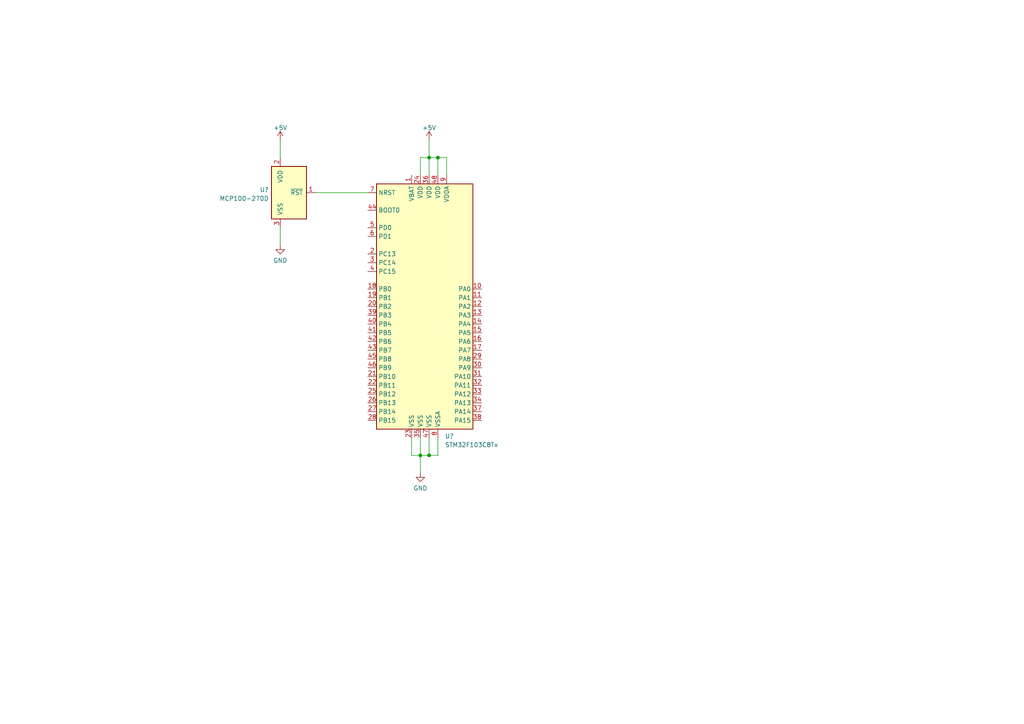
<source format=kicad_sch>
(kicad_sch (version 20211123) (generator eeschema)
  (paper "A4")
  (lib_symbols
    (symbol "MCU_ST_STM32F1:STM32F103C8Tx"
      (property "Reference" "U" (at -15.24 36.83 0))
      (property "Value" "STM32F103C8Tx" (at 7.62 36.83 0))
      (symbol "STM32F103C8Tx_0_1"
        (rectangle (start -15.24 -35.56) (end 12.7 35.56) (stroke (width 0.254)) (fill (type background)))
      )
      (symbol "STM32F103C8Tx_1_1"
        (pin power_in line (at -5.08 38.1 270) (length 2.54) (name "VBAT") (number "1"))
        (pin bidirectional line (at 15.24 5.08 180) (length 2.54) (name "PA0") (number "10"))
        (pin bidirectional line (at 15.24 2.54 180) (length 2.54) (name "PA1") (number "11"))
        (pin bidirectional line (at 15.24 0 180) (length 2.54) (name "PA2") (number "12"))
        (pin bidirectional line (at 15.24 -2.54 180) (length 2.54) (name "PA3") (number "13"))
        (pin bidirectional line (at 15.24 -5.08 180) (length 2.54) (name "PA4") (number "14"))
        (pin bidirectional line (at 15.24 -7.62 180) (length 2.54) (name "PA5") (number "15"))
        (pin bidirectional line (at 15.24 -10.16 180) (length 2.54) (name "PA6") (number "16"))
        (pin bidirectional line (at 15.24 -12.7 180) (length 2.54) (name "PA7") (number "17"))
        (pin bidirectional line (at -17.78 5.08 0) (length 2.54) (name "PB0") (number "18"))
        (pin bidirectional line (at -17.78 2.54 0) (length 2.54) (name "PB1") (number "19"))
        (pin bidirectional line (at -17.78 15.24 0) (length 2.54) (name "PC13") (number "2"))
        (pin bidirectional line (at -17.78 0 0) (length 2.54) (name "PB2") (number "20"))
        (pin bidirectional line (at -17.78 -20.32 0) (length 2.54) (name "PB10") (number "21"))
        (pin bidirectional line (at -17.78 -22.86 0) (length 2.54) (name "PB11") (number "22"))
        (pin power_in line (at -5.08 -38.1 90) (length 2.54) (name "VSS") (number "23"))
        (pin power_in line (at -2.54 38.1 270) (length 2.54) (name "VDD") (number "24"))
        (pin bidirectional line (at -17.78 -25.4 0) (length 2.54) (name "PB12") (number "25"))
        (pin bidirectional line (at -17.78 -27.94 0) (length 2.54) (name "PB13") (number "26"))
        (pin bidirectional line (at -17.78 -30.48 0) (length 2.54) (name "PB14") (number "27"))
        (pin bidirectional line (at -17.78 -33.02 0) (length 2.54) (name "PB15") (number "28"))
        (pin bidirectional line (at 15.24 -15.24 180) (length 2.54) (name "PA8") (number "29"))
        (pin bidirectional line (at -17.78 12.7 0) (length 2.54) (name "PC14") (number "3"))
        (pin bidirectional line (at 15.24 -17.78 180) (length 2.54) (name "PA9") (number "30"))
        (pin bidirectional line (at 15.24 -20.32 180) (length 2.54) (name "PA10") (number "31"))
        (pin bidirectional line (at 15.24 -22.86 180) (length 2.54) (name "PA11") (number "32"))
        (pin bidirectional line (at 15.24 -25.4 180) (length 2.54) (name "PA12") (number "33"))
        (pin bidirectional line (at 15.24 -27.94 180) (length 2.54) (name "PA13") (number "34"))
        (pin power_in line (at -2.54 -38.1 90) (length 2.54) (name "VSS") (number "35"))
        (pin power_in line (at 0 38.1 270) (length 2.54) (name "VDD") (number "36"))
        (pin bidirectional line (at 15.24 -30.48 180) (length 2.54) (name "PA14") (number "37"))
        (pin bidirectional line (at 15.24 -33.02 180) (length 2.54) (name "PA15") (number "38"))
        (pin bidirectional line (at -17.78 -2.54 0) (length 2.54) (name "PB3") (number "39"))
        (pin bidirectional line (at -17.78 10.16 0) (length 2.54) (name "PC15") (number "4"))
        (pin bidirectional line (at -17.78 -5.08 0) (length 2.54) (name "PB4") (number "40"))
        (pin bidirectional line (at -17.78 -7.62 0) (length 2.54) (name "PB5") (number "41"))
        (pin bidirectional line (at -17.78 -10.16 0) (length 2.54) (name "PB6") (number "42"))
        (pin bidirectional line (at -17.78 -12.7 0) (length 2.54) (name "PB7") (number "43"))
        (pin input line (at -17.78 27.94 0) (length 2.54) (name "BOOT0") (number "44"))
        (pin bidirectional line (at -17.78 -15.24 0) (length 2.54) (name "PB8") (number "45"))
        (pin bidirectional line (at -17.78 -17.78 0) (length 2.54) (name "PB9") (number "46"))
        (pin power_in line (at 0 -38.1 90) (length 2.54) (name "VSS") (number "47"))
        (pin power_in line (at 2.54 38.1 270) (length 2.54) (name "VDD") (number "48"))
        (pin input line (at -17.78 22.86 0) (length 2.54) (name "PD0") (number "5"))
        (pin input line (at -17.78 20.32 0) (length 2.54) (name "PD1") (number "6"))
        (pin input line (at -17.78 33.02 0) (length 2.54) (name "NRST") (number "7"))
        (pin power_in line (at 2.54 -38.1 90) (length 2.54) (name "VSSA") (number "8"))
        (pin power_in line (at 5.08 38.1 270) (length 2.54) (name "VDDA") (number "9"))
      )
    )
    (symbol "Power_Supervisor:MCP100-270D" (pin_names (offset 1.016))
      (property "Reference" "U" (at 0 8.89 0))
      (property "Value" "MCP100-270D" (at -1.27 -8.89 0))
      (symbol "MCP100-270D_1_1"
        (rectangle (start -5.08 7.62) (end 5.08 -7.62) (stroke (width 0.254)) (fill (type background)))
        (pin output line (at 7.62 0 180) (length 2.54) (name "~{RST}") (number "1"))
        (pin power_in line (at -2.54 10.16 270) (length 2.54) (name "VDD") (number "2"))
        (pin power_in line (at -2.54 -10.16 90) (length 2.54) (name "VSS") (number "3"))
      )
    )
    (symbol "power:+5V" (power) (pin_names (offset 0))
      (property "Value" "+5V" (at 0 3.556 0))
      (symbol "+5V_0_1"
        (polyline (pts (xy -0.762 1.27) (xy 0 2.54)))
        (polyline (pts (xy 0 0) (xy 0 2.54)))
        (polyline (pts (xy 0 2.54) (xy 0.762 1.27)))
      )
      (symbol "+5V_1_1"
        (pin power_in line (at 0 0 90) (length 0) hide (name "+5V") (number "1"))
      )
    )
    (symbol "power:GND" (power) (pin_names (offset 0))
      (property "Value" "GND" (at 0 -3.81 0))
      (symbol "GND_0_1"
        (polyline (pts (xy 0 0) (xy 0 -1.27) (xy 1.27 -1.27) (xy 0 -2.54) (xy -1.27 -1.27) (xy 0 -1.27)))
      )
      (symbol "GND_1_1"
        (pin power_in line (at 0 0 270) (length 0) hide (name "GND") (number "1"))
      )
    )
  )
  (junction (at 127 45.72))
  (junction (at 124.46 45.72))
  (junction (at 124.46 132.08))
  (junction (at 121.92 132.08))
  (wire (pts (xy 121.92 45.72) (xy 121.92 50.8)))
  (wire (pts (xy 129.54 45.72) (xy 129.54 50.8)))
  (wire (pts (xy 124.46 40.64) (xy 124.46 45.72)))
  (wire (pts (xy 124.46 132.08) (xy 124.46 127)))
  (wire (pts (xy 121.92 132.08) (xy 124.46 132.08)))
  (wire (pts (xy 124.46 45.72) (xy 127 45.72)))
  (wire (pts (xy 119.38 127) (xy 119.38 132.08)))
  (wire (pts (xy 81.28 40.64) (xy 81.28 45.72)))
  (wire (pts (xy 121.92 132.08) (xy 121.92 137.16)))
  (wire (pts (xy 127 45.72) (xy 127 50.8)))
  (wire (pts (xy 127 45.72) (xy 129.54 45.72)))
  (wire (pts (xy 91.44 55.88) (xy 106.68 55.88)))
  (wire (pts (xy 121.92 127) (xy 121.92 132.08)))
  (wire (pts (xy 124.46 45.72) (xy 124.46 50.8)))
  (wire (pts (xy 121.92 45.72) (xy 124.46 45.72)))
  (wire (pts (xy 81.28 66.04) (xy 81.28 71.12)))
  (wire (pts (xy 124.46 132.08) (xy 127 132.08)))
  (wire (pts (xy 119.38 132.08) (xy 121.92 132.08)))
  (wire (pts (xy 127 132.08) (xy 127 127)))
  (symbol (lib_id "power:+5V") (at 81.28 40.64 0) (unit 1)
    (property "Reference" "#PWR?" (effects hide))
    (property "Value" "+5V" (at 81.28 37.0642 0))
  )
  (symbol (lib_id "power:GND") (at 81.28 71.12 0) (unit 1)
    (property "Reference" "#PWR?" (effects hide))
    (property "Value" "GND" (at 81.28 75.5634 0))
  )
  (symbol (lib_id "power:+5V") (at 124.46 40.64 0) (unit 1)
    (property "Reference" "#PWR?" (effects hide))
    (property "Value" "+5V" (at 124.46 37.0642 0))
  )
  (symbol (lib_id "power:GND") (at 121.92 137.16 0) (unit 1)
    (property "Reference" "#PWR?" (effects hide))
    (property "Value" "GND" (at 121.92 141.6034 0))
  )
  (symbol (lib_id "MCU_ST_STM32F1:STM32F103C8Tx") (at 124.46 88.9 0) (unit 1)
    (property "Reference" "U?" (at 129.0194 126.4904 0) (effects (justify left)))
    (property "Value" "STM32F103C8Tx" (at 129.0194 129.0273 0) (effects (justify left)))
    (property "Footprint" "Package_QFP:LQFP-48_7x7mm_P0.5mm" (effects hide))
    (property "Datasheet" "http://www.st.com/st-web-ui/static/active/en/resource/technical/document/datasheet/CD00161566.pdf" (effects hide))
  )
  (symbol (lib_id "Power_Supervisor:MCP100-270D") (at 83.82 55.88 0) (unit 1)
    (property "Reference" "U?" (at 77.978 55.0453 0) (effects (justify right)))
    (property "Value" "MCP100-270D" (at 77.978 57.5822 0) (effects (justify right)))
    (property "Datasheet" "http://ww1.microchip.com/downloads/en/DeviceDoc/11187f.pdf" (effects hide))
  )
)
</source>
